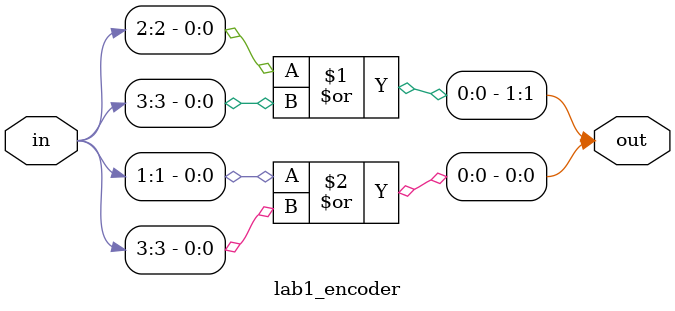
<source format=v>
`timescale 1ns / 1ps

module lab1_encoder(
    input [3:0] in,
    output [1:0] out
    );
    assign out[1] = in[2] | in[3];
    assign out[0] = in[1] | in[3];    
endmodule

</source>
